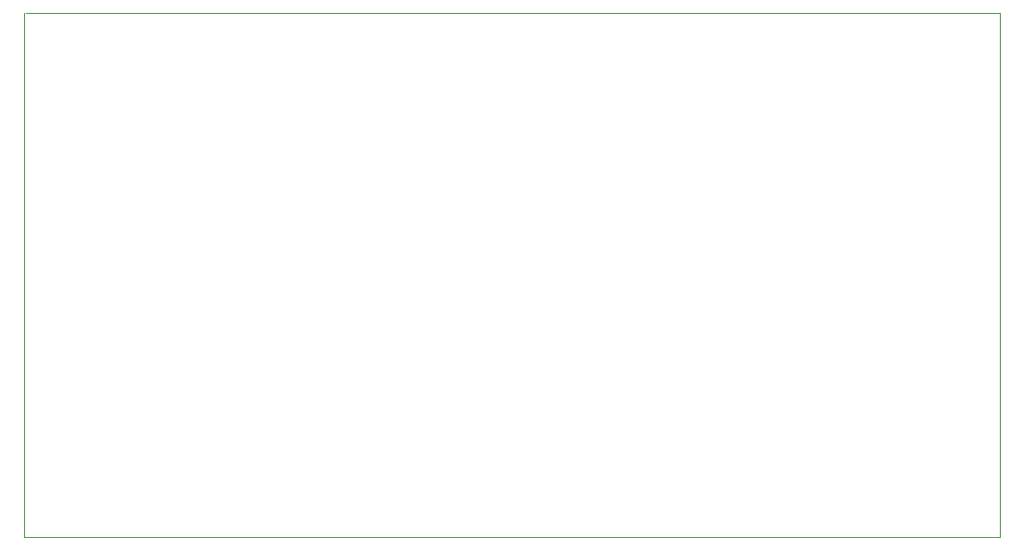
<source format=gbr>
G04 ===== Begin FILE IDENTIFICATION =====*
G04 File Format:  Gerber RS274X*
G04 ===== End FILE IDENTIFICATION =====*
%FSLAX24Y24*%
%MOIN*%
%SFA1.0B1.0*%
%OFA0.0B0.0*%
%ADD14C,0.000984*%
%LNbound*%
%IPPOS*%
%LPD*%
G75*
D14*
G01X10945Y7559D02*
G01Y-11299D01*
G01X45984D01*
G01Y7559D01*
G01X10984D01*
M02*


</source>
